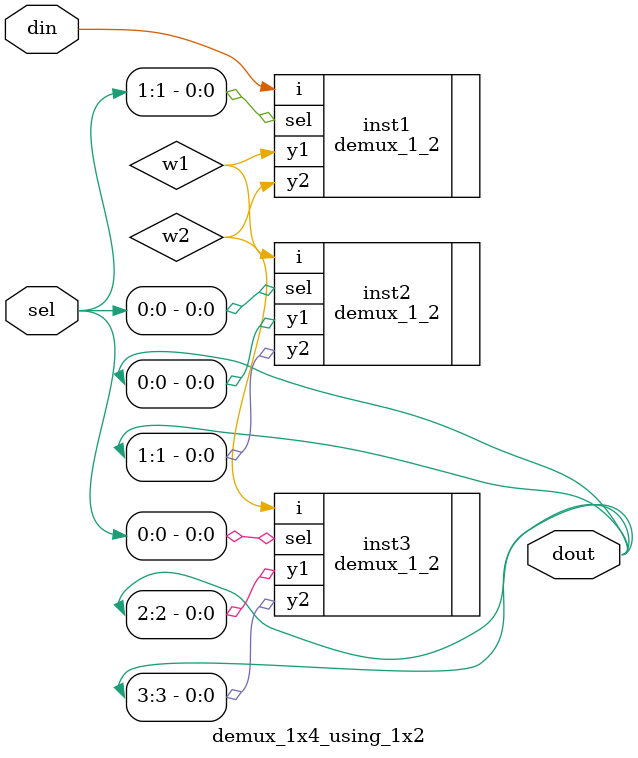
<source format=v>
`timescale 1ns / 1ps

module demux_1x4_using_1x2(
         input din,
         input [1:0]sel,
         output [3:0] dout );
         wire w1,w2;
         demux_1_2 inst1(.i(din),.sel(sel[1]),.y1(w1),.y2(w2));
         demux_1_2 inst2(.i(w1),.sel(sel[0]),.y1(dout[0]),.y2(dout[1]));
         demux_1_2 inst3(.i(w2),.sel(sel[0]),.y1(dout[2]),.y2(dout[3]));

endmodule

</source>
